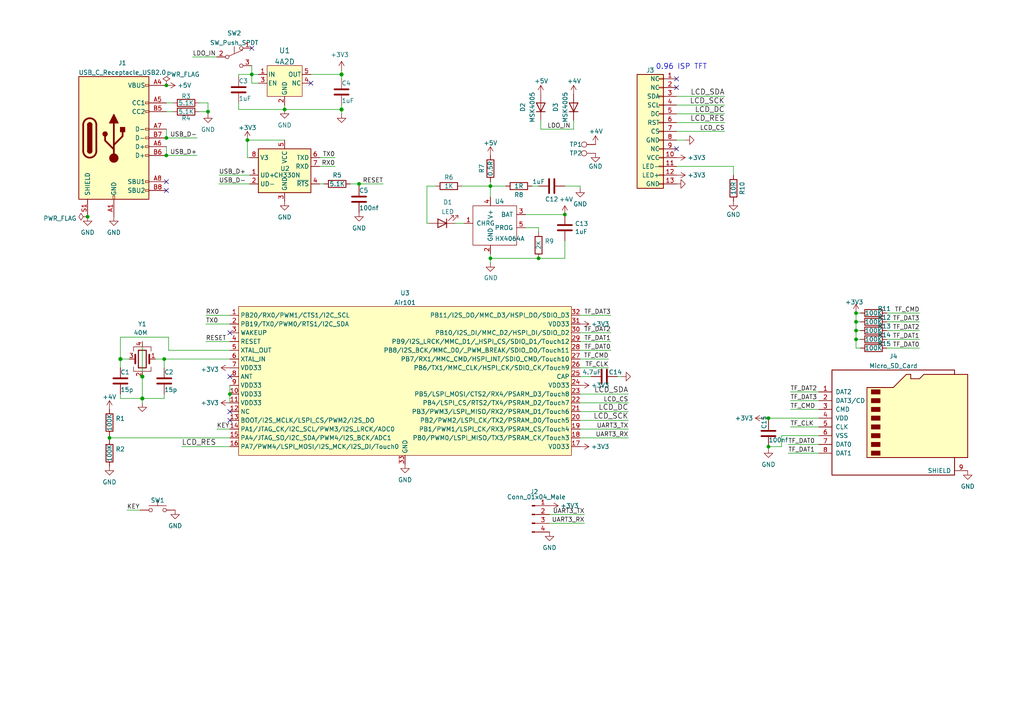
<source format=kicad_sch>
(kicad_sch (version 20210621) (generator eeschema)
  (paper "A4")
  (lib_symbols
    (symbol "Air_LuatOS:Air101"
      (property "Reference" "U" (at 0 21.59 0))
      (property "Value" "Air101" (at 0 19.05 0))
      (symbol "Air101_0_0"
        (pin power_in line (at 0 -25.4 90) (length 2.54) (name "GND") (number "33"))
      )
      (symbol "Air101_0_1"
        (rectangle (start -48.26 20.32) (end 48.26 -22.86) (stroke (width 0.1524)) (fill (type background)))
      )
      (symbol "Air101_1_1"
        (pin bidirectional line (at -50.8 17.78 0) (length 2.54) (name "PB20/RX0/PWM1/CTS1/I2C_SCL") (number "1"))
        (pin power_in line (at -50.8 -5.08 0) (length 2.54) (name "VDD33") (number "10"))
        (pin power_in line (at -50.8 -7.62 0) (length 2.54) (name "VDD33") (number "11"))
        (pin input line (at -50.8 -10.16 0) (length 2.54) (name "NC") (number "12"))
        (pin input line (at -50.8 -12.7 0) (length 2.54) (name "BOOT/I2S_MCLK/LSPI_CS/PWM2/I2S_DO") (number "13"))
        (pin input line (at -50.8 -15.24 0) (length 2.54) (name "PA1/JTAG_CK/I2C_SCL/PWM3/I2S_LRCK/ADC0") (number "14"))
        (pin input line (at -50.8 -17.78 0) (length 2.54) (name "PA4/JTAG_SO/I2C_SDA/PWM4/I2S_BCK/ADC1") (number "15"))
        (pin input line (at -50.8 -20.32 0) (length 2.54) (name "PA7/PWM4/LSPI_MOSI/I2S_MCK/I2S_DI/Touch0") (number "16"))
        (pin power_in line (at 50.8 -20.32 180) (length 2.54) (name "VDD33") (number "17"))
        (pin input line (at 50.8 -17.78 180) (length 2.54) (name "PB0/PWM0/LSPI_MISO/TX3/PSRAM_CK/Touch3") (number "18"))
        (pin input line (at 50.8 -15.24 180) (length 2.54) (name "PB1/PWM1/LSPI_CK/RX3/PSRAM_CS/Touch4") (number "19"))
        (pin bidirectional line (at -50.8 15.24 0) (length 2.54) (name "PB19/TX0/PWM0/RTS1/I2C_SDA") (number "2"))
        (pin input line (at 50.8 -12.7 180) (length 2.54) (name "PB2/PWM2/LSPI_CK/TX2/PSRAM_D0/Touch5") (number "20"))
        (pin input line (at 50.8 -10.16 180) (length 2.54) (name "PB3/PWM3/LSPI_MISO/RX2/PSRAM_D1/Touch6") (number "21"))
        (pin input line (at 50.8 -7.62 180) (length 2.54) (name "PB4/LSPI_CS/RTS2/TX4/PSRAM_D2/Touch7") (number "22"))
        (pin input line (at 50.8 -5.08 180) (length 2.54) (name "PB5/LSPI_MOSI/CTS2/RX4/PSARM_D3/Touch8") (number "23"))
        (pin power_in line (at 50.8 -2.54 180) (length 2.54) (name "VDD33") (number "24"))
        (pin output line (at 50.8 0 180) (length 2.54) (name "CAP") (number "25"))
        (pin input line (at 50.8 2.54 180) (length 2.54) (name "PB6/TX1/MMC_CLK/HSPI_CK/SDIO_CK/Touch9") (number "26"))
        (pin input line (at 50.8 5.08 180) (length 2.54) (name "PB7/RX1/MMC_CMD/HSPI_INT/SDIO_CMD/Touch10") (number "27"))
        (pin input line (at 50.8 7.62 180) (length 2.54) (name "PB8/I2S_BCK/MMC_D0/_PWM_BREAK/SDIO_D0/Touch11") (number "28"))
        (pin input line (at 50.8 10.16 180) (length 2.54) (name "PB9/I2S_LRCK/MMC_D1/_HSPI_CS/SDIO_D1/Touch12") (number "29"))
        (pin input line (at -50.8 12.7 0) (length 2.54) (name "WAKEUP") (number "3"))
        (pin input line (at 50.8 12.7 180) (length 2.54) (name "PB10/I2S_DI/MMC_D2/HSPI_DI/SDIO_D2") (number "30"))
        (pin power_in line (at 50.8 15.24 180) (length 2.54) (name "VDD33") (number "31"))
        (pin input line (at 50.8 17.78 180) (length 2.54) (name "PB11/I2S_DO/MMC_D3/HSPI_DO/SDIO_D3") (number "32"))
        (pin input line (at -50.8 10.16 0) (length 2.54) (name "RESET") (number "4"))
        (pin passive line (at -50.8 7.62 0) (length 2.54) (name "XTAL_OUT") (number "5"))
        (pin passive line (at -50.8 5.08 0) (length 2.54) (name "XTAL_IN") (number "6"))
        (pin power_in line (at -50.8 2.54 0) (length 2.54) (name "VDD33") (number "7"))
        (pin passive line (at -50.8 0 0) (length 2.54) (name "ANT") (number "8"))
        (pin power_in line (at -50.8 -2.54 0) (length 2.54) (name "VDD33") (number "9"))
      )
    )
    (symbol "Connector:Conn_01x04_Male" (pin_names (offset 1.016) hide)
      (property "Reference" "J" (at 0 5.08 0))
      (property "Value" "Conn_01x04_Male" (at 0 -7.62 0))
      (symbol "Conn_01x04_Male_1_1"
        (polyline (pts (xy 1.27 -5.08) (xy 0.8636 -5.08)) (stroke (width 0.1524)))
        (polyline (pts (xy 1.27 -2.54) (xy 0.8636 -2.54)) (stroke (width 0.1524)))
        (polyline (pts (xy 1.27 0) (xy 0.8636 0)) (stroke (width 0.1524)))
        (polyline (pts (xy 1.27 2.54) (xy 0.8636 2.54)) (stroke (width 0.1524)))
        (rectangle (start 0.8636 -4.953) (end 0 -5.207) (stroke (width 0.1524)) (fill (type outline)))
        (rectangle (start 0.8636 -2.413) (end 0 -2.667) (stroke (width 0.1524)) (fill (type outline)))
        (rectangle (start 0.8636 0.127) (end 0 -0.127) (stroke (width 0.1524)) (fill (type outline)))
        (rectangle (start 0.8636 2.667) (end 0 2.413) (stroke (width 0.1524)) (fill (type outline)))
        (pin passive line (at 5.08 2.54 180) (length 3.81) (name "Pin_1") (number "1"))
        (pin passive line (at 5.08 0 180) (length 3.81) (name "Pin_2") (number "2"))
        (pin passive line (at 5.08 -2.54 180) (length 3.81) (name "Pin_3") (number "3"))
        (pin passive line (at 5.08 -5.08 180) (length 3.81) (name "Pin_4") (number "4"))
      )
    )
    (symbol "Connector:Micro_SD_Card" (pin_names (offset 1.016))
      (property "Reference" "J" (at -16.51 15.24 0))
      (property "Value" "Micro_SD_Card" (at 16.51 15.24 0))
      (symbol "Micro_SD_Card_0_1"
        (rectangle (start -7.62 -9.525) (end -5.08 -10.795) (fill (type outline)))
        (rectangle (start -7.62 -6.985) (end -5.08 -8.255) (fill (type outline)))
        (rectangle (start -7.62 -4.445) (end -5.08 -5.715) (fill (type outline)))
        (rectangle (start -7.62 -1.905) (end -5.08 -3.175) (fill (type outline)))
        (rectangle (start -7.62 0.635) (end -5.08 -0.635) (fill (type outline)))
        (rectangle (start -7.62 3.175) (end -5.08 1.905) (fill (type outline)))
        (rectangle (start -7.62 5.715) (end -5.08 4.445) (fill (type outline)))
        (rectangle (start -7.62 8.255) (end -5.08 6.985) (fill (type outline)))
        (polyline (pts (xy 16.51 12.7) (xy 16.51 13.97) (xy -19.05 13.97) (xy -19.05 -16.51) (xy 16.51 -16.51) (xy 16.51 -11.43)) (stroke (width 0.254)))
        (polyline (pts (xy -8.89 -11.43) (xy -8.89 8.89) (xy -1.27 8.89) (xy 2.54 12.7) (xy 3.81 12.7) (xy 3.81 11.43) (xy 6.35 11.43) (xy 7.62 12.7) (xy 20.32 12.7) (xy 20.32 -11.43) (xy -8.89 -11.43)) (stroke (width 0.254)) (fill (type background)))
      )
      (symbol "Micro_SD_Card_1_1"
        (pin bidirectional line (at -22.86 7.62 0) (length 3.81) (name "DAT2") (number "1"))
        (pin bidirectional line (at -22.86 5.08 0) (length 3.81) (name "DAT3/CD") (number "2"))
        (pin input line (at -22.86 2.54 0) (length 3.81) (name "CMD") (number "3"))
        (pin power_in line (at -22.86 0 0) (length 3.81) (name "VDD") (number "4"))
        (pin input line (at -22.86 -2.54 0) (length 3.81) (name "CLK") (number "5"))
        (pin power_in line (at -22.86 -5.08 0) (length 3.81) (name "VSS") (number "6"))
        (pin bidirectional line (at -22.86 -7.62 0) (length 3.81) (name "DAT0") (number "7"))
        (pin bidirectional line (at -22.86 -10.16 0) (length 3.81) (name "DAT1") (number "8"))
        (pin passive line (at 20.32 -15.24 180) (length 3.81) (name "SHIELD") (number "9"))
      )
    )
    (symbol "Connector:TestPoint" (pin_numbers hide) (pin_names (offset 0.762) hide)
      (property "Reference" "TP" (at 0 6.858 0))
      (property "Value" "TestPoint" (at 0 5.08 0))
      (symbol "TestPoint_0_1"
        (circle (center 0 3.302) (radius 0.762))
      )
      (symbol "TestPoint_1_1"
        (pin passive line (at 0 0 90) (length 2.54) (name "1") (number "1"))
      )
    )
    (symbol "Connector:USB_C_Receptacle_USB2.0" (pin_names (offset 1.016))
      (property "Reference" "J" (at -10.16 19.05 0))
      (property "Value" "USB_C_Receptacle_USB2.0" (at 19.05 19.05 0))
      (symbol "USB_C_Receptacle_USB2.0_0_0"
        (rectangle (start -0.254 -17.78) (end 0.254 -16.764))
        (rectangle (start 10.16 -14.986) (end 9.144 -15.494))
        (rectangle (start 10.16 -12.446) (end 9.144 -12.954))
        (rectangle (start 10.16 -4.826) (end 9.144 -5.334))
        (rectangle (start 10.16 -2.286) (end 9.144 -2.794))
        (rectangle (start 10.16 0.254) (end 9.144 -0.254))
        (rectangle (start 10.16 2.794) (end 9.144 2.286))
        (rectangle (start 10.16 7.874) (end 9.144 7.366))
        (rectangle (start 10.16 10.414) (end 9.144 9.906))
        (rectangle (start 10.16 15.494) (end 9.144 14.986))
      )
      (symbol "USB_C_Receptacle_USB2.0_0_1"
        (rectangle (start -10.16 17.78) (end 10.16 -17.78) (stroke (width 0.254)) (fill (type background)))
        (arc (start -8.89 -3.81) (mid -6.985 -5.715) (end -5.08 -3.81) (stroke (width 0.508)))
        (arc (start -7.62 -3.81) (mid -6.985 -4.445) (end -6.35 -3.81) (stroke (width 0.254)))
        (arc (start -7.62 -3.81) (mid -6.985 -4.445) (end -6.35 -3.81) (stroke (width 0.254)) (fill (type outline)))
        (rectangle (start -7.62 -3.81) (end -6.35 3.81) (stroke (width 0.254)) (fill (type outline)))
        (arc (start -6.35 3.81) (mid -6.985 4.445) (end -7.62 3.81) (stroke (width 0.254)))
        (arc (start -6.35 3.81) (mid -6.985 4.445) (end -7.62 3.81) (stroke (width 0.254)) (fill (type outline)))
        (arc (start -5.08 3.81) (mid -6.985 5.715) (end -8.89 3.81) (stroke (width 0.508)))
        (circle (center -2.54 1.143) (radius 0.635) (stroke (width 0.254)) (fill (type outline)))
        (circle (center 0 -5.842) (radius 1.27) (fill (type outline)))
        (polyline (pts (xy -8.89 -3.81) (xy -8.89 3.81)) (stroke (width 0.508)))
        (polyline (pts (xy -5.08 3.81) (xy -5.08 -3.81)) (stroke (width 0.508)))
        (polyline (pts (xy 0 -5.842) (xy 0 4.318)) (stroke (width 0.508)))
        (polyline (pts (xy 0 -3.302) (xy -2.54 -0.762) (xy -2.54 0.508)) (stroke (width 0.508)))
        (polyline (pts (xy 0 -2.032) (xy 2.54 0.508) (xy 2.54 1.778)) (stroke (width 0.508)))
        (polyline (pts (xy -1.27 4.318) (xy 0 6.858) (xy 1.27 4.318) (xy -1.27 4.318)) (stroke (width 0.254)) (fill (type outline)))
        (rectangle (start 1.905 1.778) (end 3.175 3.048) (stroke (width 0.254)) (fill (type outline)))
      )
      (symbol "USB_C_Receptacle_USB2.0_1_1"
        (pin passive line (at 0 -22.86 90) (length 5.08) (name "GND") (number "A1"))
        (pin passive line (at 0 -22.86 90) (length 5.08) hide (name "GND") (number "A12"))
        (pin passive line (at 15.24 15.24 180) (length 5.08) (name "VBUS") (number "A4"))
        (pin bidirectional line (at 15.24 10.16 180) (length 5.08) (name "CC1") (number "A5"))
        (pin bidirectional line (at 15.24 -2.54 180) (length 5.08) (name "D+") (number "A6"))
        (pin bidirectional line (at 15.24 2.54 180) (length 5.08) (name "D-") (number "A7"))
        (pin bidirectional line (at 15.24 -12.7 180) (length 5.08) (name "SBU1") (number "A8"))
        (pin passive line (at 15.24 15.24 180) (length 5.08) hide (name "VBUS") (number "A9"))
        (pin passive line (at 0 -22.86 90) (length 5.08) hide (name "GND") (number "B1"))
        (pin passive line (at 0 -22.86 90) (length 5.08) hide (name "GND") (number "B12"))
        (pin passive line (at 15.24 15.24 180) (length 5.08) hide (name "VBUS") (number "B4"))
        (pin bidirectional line (at 15.24 7.62 180) (length 5.08) (name "CC2") (number "B5"))
        (pin bidirectional line (at 15.24 -5.08 180) (length 5.08) (name "D+") (number "B6"))
        (pin bidirectional line (at 15.24 0 180) (length 5.08) (name "D-") (number "B7"))
        (pin bidirectional line (at 15.24 -15.24 180) (length 5.08) (name "SBU2") (number "B8"))
        (pin passive line (at 15.24 15.24 180) (length 5.08) hide (name "VBUS") (number "B9"))
        (pin passive line (at -7.62 -22.86 90) (length 5.08) (name "SHIELD") (number "S1"))
      )
    )
    (symbol "Device:C" (pin_numbers hide) (pin_names (offset 0.254))
      (property "Reference" "C" (at 0.635 2.54 0))
      (property "Value" "C" (at 0.635 -2.54 0))
      (symbol "C_0_1"
        (polyline (pts (xy -2.032 -0.762) (xy 2.032 -0.762)) (stroke (width 0.508)))
        (polyline (pts (xy -2.032 0.762) (xy 2.032 0.762)) (stroke (width 0.508)))
      )
      (symbol "C_1_1"
        (pin passive line (at 0 3.81 270) (length 2.794) (name "~") (number "1"))
        (pin passive line (at 0 -3.81 90) (length 2.794) (name "~") (number "2"))
      )
    )
    (symbol "Device:Crystal_GND24" (pin_names (offset 1.016) hide)
      (property "Reference" "Y" (at 3.175 5.08 0))
      (property "Value" "Crystal_GND24" (at 3.175 3.175 0))
      (symbol "Crystal_GND24_0_1"
        (rectangle (start -1.143 2.54) (end 1.143 -2.54) (stroke (width 0.3048)))
        (polyline (pts (xy -2.54 0) (xy -2.032 0)))
        (polyline (pts (xy -2.032 -1.27) (xy -2.032 1.27)) (stroke (width 0.508)))
        (polyline (pts (xy 0 -3.81) (xy 0 -3.556)))
        (polyline (pts (xy 0 3.556) (xy 0 3.81)))
        (polyline (pts (xy 2.032 -1.27) (xy 2.032 1.27)) (stroke (width 0.508)))
        (polyline (pts (xy 2.032 0) (xy 2.54 0)))
        (polyline (pts (xy -2.54 -2.286) (xy -2.54 -3.556) (xy 2.54 -3.556) (xy 2.54 -2.286)))
        (polyline (pts (xy -2.54 2.286) (xy -2.54 3.556) (xy 2.54 3.556) (xy 2.54 2.286)))
      )
      (symbol "Crystal_GND24_1_1"
        (pin passive line (at -3.81 0 0) (length 1.27) (name "1") (number "1"))
        (pin passive line (at 0 5.08 270) (length 1.27) (name "2") (number "2"))
        (pin passive line (at 3.81 0 180) (length 1.27) (name "3") (number "3"))
        (pin passive line (at 0 -5.08 90) (length 1.27) (name "4") (number "4"))
      )
    )
    (symbol "Device:D" (pin_numbers hide) (pin_names (offset 1.016) hide)
      (property "Reference" "D" (at 0 2.54 0))
      (property "Value" "D" (at 0 -2.54 0))
      (symbol "D_0_1"
        (polyline (pts (xy -1.27 1.27) (xy -1.27 -1.27)) (stroke (width 0.254)))
        (polyline (pts (xy 1.27 0) (xy -1.27 0)))
        (polyline (pts (xy 1.27 1.27) (xy 1.27 -1.27) (xy -1.27 0) (xy 1.27 1.27)) (stroke (width 0.254)))
      )
      (symbol "D_1_1"
        (pin passive line (at -3.81 0 0) (length 2.54) (name "K") (number "1"))
        (pin passive line (at 3.81 0 180) (length 2.54) (name "A") (number "2"))
      )
    )
    (symbol "Device:LED" (pin_numbers hide) (pin_names (offset 1.016) hide)
      (property "Reference" "D" (at 0 2.54 0))
      (property "Value" "LED" (at 0 -2.54 0))
      (symbol "LED_0_1"
        (polyline (pts (xy -1.27 -1.27) (xy -1.27 1.27)) (stroke (width 0.254)))
        (polyline (pts (xy -1.27 0) (xy 1.27 0)))
        (polyline (pts (xy 1.27 -1.27) (xy 1.27 1.27) (xy -1.27 0) (xy 1.27 -1.27)) (stroke (width 0.254)))
        (polyline (pts (xy -3.048 -0.762) (xy -4.572 -2.286) (xy -3.81 -2.286) (xy -4.572 -2.286) (xy -4.572 -1.524)))
        (polyline (pts (xy -1.778 -0.762) (xy -3.302 -2.286) (xy -2.54 -2.286) (xy -3.302 -2.286) (xy -3.302 -1.524)))
      )
      (symbol "LED_1_1"
        (pin passive line (at -3.81 0 0) (length 2.54) (name "K") (number "1"))
        (pin passive line (at 3.81 0 180) (length 2.54) (name "A") (number "2"))
      )
    )
    (symbol "Device:R" (pin_numbers hide) (pin_names (offset 0))
      (property "Reference" "R" (at 2.032 0 90))
      (property "Value" "R" (at 0 0 90))
      (symbol "R_0_1"
        (rectangle (start -1.016 -2.54) (end 1.016 2.54) (stroke (width 0.254)))
      )
      (symbol "R_1_1"
        (pin passive line (at 0 3.81 270) (length 1.27) (name "~") (number "1"))
        (pin passive line (at 0 -3.81 90) (length 1.27) (name "~") (number "2"))
      )
    )
    (symbol "Switch:SW_Push" (pin_numbers hide) (pin_names (offset 1.016) hide)
      (property "Reference" "SW" (at 1.27 2.54 0))
      (property "Value" "SW_Push" (at 0 -1.524 0))
      (symbol "SW_Push_0_1"
        (circle (center -2.032 0) (radius 0.508))
        (polyline (pts (xy 0 1.27) (xy 0 3.048)))
        (polyline (pts (xy 2.54 1.27) (xy -2.54 1.27)))
        (circle (center 2.032 0) (radius 0.508))
        (pin passive line (at -5.08 0 0) (length 2.54) (name "1") (number "1"))
        (pin passive line (at 5.08 0 180) (length 2.54) (name "2") (number "2"))
      )
    )
    (symbol "Switch:SW_Push_SPDT" (pin_names (offset 0) hide)
      (property "Reference" "SW" (at 0 4.318 0))
      (property "Value" "SW_Push_SPDT" (at 0 -5.08 0))
      (symbol "SW_Push_SPDT_0_0"
        (circle (center -2.032 0) (radius 0.508))
        (polyline (pts (xy 0 1.016) (xy 0 3.048)))
        (circle (center 2.032 -2.54) (radius 0.508))
      )
      (symbol "SW_Push_SPDT_0_1"
        (polyline (pts (xy -1.524 0.254) (xy 2.54 2.032)))
        (circle (center 2.032 2.54) (radius 0.508))
      )
      (symbol "SW_Push_SPDT_1_1"
        (pin passive line (at 5.08 2.54 180) (length 2.54) (name "A") (number "1"))
        (pin passive line (at -5.08 0 0) (length 2.54) (name "B") (number "2"))
        (pin passive line (at 5.08 -2.54 180) (length 2.54) (name "C") (number "3"))
      )
    )
    (symbol "chenxuuu_Library:CH330N"
      (property "Reference" "U" (at 0 12.7 0))
      (property "Value" "CH330N" (at 0 10.16 0))
      (symbol "CH330N_0_1"
        (rectangle (start -7.62 5.08) (end 7.62 -7.62) (stroke (width 0.254)) (fill (type background)))
      )
      (symbol "CH330N_1_1"
        (pin bidirectional line (at -10.16 -2.54 0) (length 2.54) (name "UD+") (number "1"))
        (pin bidirectional line (at -10.16 -5.08 0) (length 2.54) (name "UD-") (number "2"))
        (pin power_in line (at 0 -10.16 90) (length 2.54) (name "GND") (number "3"))
        (pin output line (at 10.16 -5.08 180) (length 2.54) (name "~{RTS}") (number "4"))
        (pin power_in line (at 0 7.62 270) (length 2.54) (name "VCC") (number "5"))
        (pin output line (at 10.16 2.54 180) (length 2.54) (name "TXD") (number "6"))
        (pin input line (at 10.16 0 180) (length 2.54) (name "RXD") (number "7"))
        (pin passive line (at -10.16 2.54 0) (length 2.54) (name "V3") (number "8"))
      )
    )
    (symbol "chenxuuu_Library:HX4064A" (pin_names (offset 1.016))
      (property "Reference" "U" (at 0 -2.54 0))
      (property "Value" "HX4064A" (at 1.27 -16.51 0))
      (symbol "HX4064A_0_1"
        (rectangle (start -7.62 -3.81) (end 5.08 -15.24))
      )
      (symbol "HX4064A_1_1"
        (pin bidirectional line (at -10.16 -8.89 0) (length 2.54) (name "CHRG") (number "1"))
        (pin power_in line (at -2.54 -17.78 90) (length 2.54) (name "GND") (number "2"))
        (pin power_out line (at 7.62 -6.35 180) (length 2.54) (name "BAT") (number "3"))
        (pin power_in line (at -2.54 -1.27 270) (length 2.54) (name "V+") (number "4"))
        (pin bidirectional line (at 7.62 -10.16 180) (length 2.54) (name "PROG") (number "5"))
      )
    )
    (symbol "chenxuuu_Library:LDO_5PIN" (pin_names (offset 0.254))
      (property "Reference" "U" (at 0 11.43 0))
      (property "Value" "LDO_5PIN" (at 0 7.62 0))
      (symbol "LDO_5PIN_0_1"
        (rectangle (start -5.08 5.08) (end 5.08 -3.81) (fill (type background)))
      )
      (symbol "LDO_5PIN_1_1"
        (pin power_in line (at -7.62 2.54 0) (length 2.54) (name "IN") (number "1"))
        (pin power_in line (at 0 -6.35 90) (length 2.54) (name "GND") (number "2"))
        (pin input line (at -7.62 0 0) (length 2.54) (name "EN") (number "3"))
        (pin passive line (at 7.62 0 180) (length 2.54) (name "NC") (number "4"))
        (pin power_out line (at 7.62 2.54 180) (length 2.54) (name "OUT") (number "5"))
      )
    )
    (symbol "chenxuuu_Library:ST7735S-0.96TFT-13P" (pin_names (offset 1.016))
      (property "Reference" "J" (at 2.54 15.24 0))
      (symbol "ST7735S-0.96TFT-13P_1_1"
        (rectangle (start -1.27 -15.113) (end 0 -15.367) (stroke (width 0.1524)))
        (rectangle (start -1.27 -12.573) (end 0 -12.827) (stroke (width 0.1524)))
        (rectangle (start -1.27 -10.033) (end 0 -10.287) (stroke (width 0.1524)))
        (rectangle (start -1.27 -7.493) (end 0 -7.747) (stroke (width 0.1524)))
        (rectangle (start -1.27 -4.953) (end 0 -5.207) (stroke (width 0.1524)))
        (rectangle (start -1.27 -2.413) (end 0 -2.667) (stroke (width 0.1524)))
        (rectangle (start -1.27 0.127) (end 0 -0.127) (stroke (width 0.1524)))
        (rectangle (start -1.27 2.667) (end 0 2.413) (stroke (width 0.1524)))
        (rectangle (start -1.27 5.207) (end 0 4.953) (stroke (width 0.1524)))
        (rectangle (start -1.27 7.747) (end 0 7.493) (stroke (width 0.1524)))
        (rectangle (start -1.27 10.287) (end 0 10.033) (stroke (width 0.1524)))
        (rectangle (start -1.27 12.827) (end 0 12.573) (stroke (width 0.1524)))
        (rectangle (start -1.27 15.367) (end 0 15.113) (stroke (width 0.1524)))
        (rectangle (start -1.27 16.51) (end 6.35 -16.51) (stroke (width 0.254)) (fill (type background)))
        (pin passive line (at -5.08 15.24 0) (length 3.81) (name "NC") (number "1"))
        (pin passive line (at -5.08 -7.62 0) (length 3.81) (name "VCC") (number "10"))
        (pin passive line (at -5.08 -10.16 0) (length 3.81) (name "LED-") (number "11"))
        (pin passive line (at -5.08 -12.7 0) (length 3.81) (name "LED+") (number "12"))
        (pin passive line (at -5.08 -15.24 0) (length 3.81) (name "GND") (number "13"))
        (pin passive line (at -5.08 12.7 0) (length 3.81) (name "NC") (number "2"))
        (pin passive line (at -5.08 10.16 0) (length 3.81) (name "SDA") (number "3"))
        (pin passive line (at -5.08 7.62 0) (length 3.81) (name "SCL") (number "4"))
        (pin passive line (at -5.08 5.08 0) (length 3.81) (name "DC") (number "5"))
        (pin passive line (at -5.08 2.54 0) (length 3.81) (name "RST") (number "6"))
        (pin passive line (at -5.08 0 0) (length 3.81) (name "CS") (number "7"))
        (pin passive line (at -5.08 -2.54 0) (length 3.81) (name "GND") (number "8"))
        (pin passive line (at -5.08 -5.08 0) (length 3.81) (name "NC") (number "9"))
      )
    )
    (symbol "power:+3.3V" (power) (pin_names (offset 0))
      (property "Value" "+3.3V" (at 0 3.556 0))
      (symbol "+3.3V_0_1"
        (polyline (pts (xy -0.762 1.27) (xy 0 2.54)))
        (polyline (pts (xy 0 0) (xy 0 2.54)))
        (polyline (pts (xy 0 2.54) (xy 0.762 1.27)))
      )
      (symbol "+3.3V_1_1"
        (pin power_in line (at 0 0 90) (length 0) hide (name "+3V3") (number "1"))
      )
    )
    (symbol "power:+4V" (power) (pin_names (offset 0))
      (property "Value" "+4V" (at 0 3.556 0))
      (symbol "+4V_0_1"
        (polyline (pts (xy -0.762 1.27) (xy 0 2.54)))
        (polyline (pts (xy 0 0) (xy 0 2.54)))
        (polyline (pts (xy 0 2.54) (xy 0.762 1.27)))
      )
      (symbol "+4V_1_1"
        (pin power_in line (at 0 0 90) (length 0) hide (name "+4V") (number "1"))
      )
    )
    (symbol "power:+5V" (power) (pin_names (offset 0))
      (property "Value" "+5V" (at 0 3.556 0))
      (symbol "+5V_0_1"
        (polyline (pts (xy -0.762 1.27) (xy 0 2.54)))
        (polyline (pts (xy 0 0) (xy 0 2.54)))
        (polyline (pts (xy 0 2.54) (xy 0.762 1.27)))
      )
      (symbol "+5V_1_1"
        (pin power_in line (at 0 0 90) (length 0) hide (name "+5V") (number "1"))
      )
    )
    (symbol "power:GND" (power) (pin_names (offset 0))
      (property "Value" "GND" (at 0 -3.81 0))
      (symbol "GND_0_1"
        (polyline (pts (xy 0 0) (xy 0 -1.27) (xy 1.27 -1.27) (xy 0 -2.54) (xy -1.27 -1.27) (xy 0 -1.27)))
      )
      (symbol "GND_1_1"
        (pin power_in line (at 0 0 270) (length 0) hide (name "GND") (number "1"))
      )
    )
    (symbol "power:PWR_FLAG" (power) (pin_numbers hide) (pin_names (offset 0) hide)
      (property "Value" "PWR_FLAG" (at 0 3.81 0))
      (symbol "PWR_FLAG_0_0"
        (pin power_out line (at 0 0 90) (length 0) (name "pwr") (number "1"))
      )
      (symbol "PWR_FLAG_0_1"
        (polyline (pts (xy 0 0) (xy 0 1.27) (xy -1.016 1.905) (xy 0 2.54) (xy 1.016 1.905) (xy 0 1.27)))
      )
    )
  )
  (junction (at 248.285 90.805))
  (junction (at 82.55 31.75))
  (junction (at 73.025 21.59))
  (junction (at 34.925 104.14) (diameter 1.016))
  (junction (at 41.275 109.22) (diameter 1.016))
  (junction (at 71.755 40.64))
  (junction (at 248.285 98.425))
  (junction (at 48.26 40.005))
  (junction (at 104.14 53.34))
  (junction (at 156.21 74.93))
  (junction (at 48.26 24.765))
  (junction (at 25.4 62.865))
  (junction (at 142.24 53.975))
  (junction (at 248.285 93.345))
  (junction (at 47.625 104.14))
  (junction (at 48.26 45.085))
  (junction (at 222.885 129.54))
  (junction (at 99.06 21.59) (diameter 1.016))
  (junction (at 163.83 62.23))
  (junction (at 41.275 115.57) (diameter 1.016))
  (junction (at 66.675 114.3))
  (junction (at 31.75 127))
  (junction (at 142.24 74.93))
  (junction (at 60.325 32.385))
  (junction (at 222.885 121.285))
  (junction (at 99.06 31.75) (diameter 1.016))
  (junction (at 248.285 95.885))
  (no_connect (at 196.215 22.86))
  (no_connect (at 73.025 13.97))
  (no_connect (at 66.675 109.22))
  (no_connect (at 196.215 43.18))
  (no_connect (at 66.675 121.92))
  (no_connect (at 66.675 119.38))
  (no_connect (at 48.26 52.705))
  (no_connect (at 48.26 55.245))
  (no_connect (at 196.215 25.4))
  (no_connect (at 66.675 96.52))
  (no_connect (at 90.17 24.13))
  (wire (pts (xy 257.175 90.805) (xy 266.7 90.805)))
  (wire (pts (xy 248.285 95.885) (xy 249.555 95.885)))
  (wire (pts (xy 73.025 19.05) (xy 73.025 21.59)))
  (wire (pts (xy 152.4 62.23) (xy 163.83 62.23)))
  (wire (pts (xy 101.6 53.34) (xy 104.14 53.34)))
  (wire (pts (xy 104.14 53.34) (xy 104.14 53.975)))
  (wire (pts (xy 62.865 124.46) (xy 66.675 124.46)))
  (wire (pts (xy 168.275 119.38) (xy 182.245 119.38)))
  (wire (pts (xy 47.625 115.57) (xy 47.625 114.3)))
  (wire (pts (xy 182.245 121.92) (xy 168.275 121.92)))
  (wire (pts (xy 228.6 131.445) (xy 237.49 131.445)))
  (wire (pts (xy 176.53 106.68) (xy 168.275 106.68)))
  (wire (pts (xy 41.275 109.22) (xy 41.275 115.57)))
  (wire (pts (xy 222.885 121.285) (xy 222.885 121.92)))
  (wire (pts (xy 179.07 109.22) (xy 180.34 109.22)))
  (wire (pts (xy 36.83 147.955) (xy 40.64 147.955)))
  (wire (pts (xy 142.24 53.975) (xy 142.24 57.15)))
  (wire (pts (xy 142.24 52.705) (xy 142.24 53.975)))
  (wire (pts (xy 41.275 115.57) (xy 47.625 115.57)))
  (wire (pts (xy 168.275 116.84) (xy 182.245 116.84)))
  (wire (pts (xy 142.24 53.975) (xy 146.685 53.975)))
  (wire (pts (xy 159.385 149.225) (xy 169.545 149.225)))
  (wire (pts (xy 72.39 53.34) (xy 63.5 53.34)))
  (wire (pts (xy 163.83 53.975) (xy 168.275 53.975)))
  (wire (pts (xy 168.275 53.975) (xy 168.275 54.61)))
  (wire (pts (xy 92.71 48.26) (xy 97.155 48.26)))
  (wire (pts (xy 66.675 114.3) (xy 66.675 116.84)))
  (wire (pts (xy 69.215 29.845) (xy 69.215 31.75)))
  (wire (pts (xy 82.55 30.48) (xy 82.55 31.75)))
  (wire (pts (xy 59.69 99.06) (xy 66.675 99.06)))
  (wire (pts (xy 196.215 38.1) (xy 210.185 38.1)))
  (wire (pts (xy 133.985 53.975) (xy 142.24 53.975)))
  (wire (pts (xy 168.275 109.22) (xy 171.45 109.22)))
  (wire (pts (xy 34.925 115.57) (xy 41.275 115.57)))
  (wire (pts (xy 168.275 96.52) (xy 177.165 96.52)))
  (wire (pts (xy 228.6 128.905) (xy 237.49 128.905)))
  (wire (pts (xy 132.08 64.77) (xy 134.62 64.77)))
  (wire (pts (xy 196.215 27.94) (xy 210.185 27.94)))
  (wire (pts (xy 237.49 126.365) (xy 226.695 126.365)))
  (wire (pts (xy 226.695 126.365) (xy 226.695 129.54)))
  (wire (pts (xy 226.695 129.54) (xy 222.885 129.54)))
  (wire (pts (xy 248.285 93.345) (xy 248.285 90.805)))
  (wire (pts (xy 248.285 90.805) (xy 249.555 90.805)))
  (wire (pts (xy 248.285 95.885) (xy 248.285 93.345)))
  (wire (pts (xy 249.555 100.965) (xy 248.285 100.965)))
  (wire (pts (xy 248.285 100.965) (xy 248.285 98.425)))
  (wire (pts (xy 248.285 98.425) (xy 248.285 95.885)))
  (wire (pts (xy 229.235 113.665) (xy 237.49 113.665)))
  (wire (pts (xy 66.675 129.54) (xy 52.705 129.54)))
  (wire (pts (xy 48.26 40.005) (xy 57.15 40.005)))
  (wire (pts (xy 92.71 45.72) (xy 97.155 45.72)))
  (wire (pts (xy 154.305 53.975) (xy 156.21 53.975)))
  (wire (pts (xy 126.365 53.975) (xy 123.825 53.975)))
  (wire (pts (xy 152.4 66.04) (xy 156.21 66.04)))
  (wire (pts (xy 196.215 35.56) (xy 210.185 35.56)))
  (wire (pts (xy 212.725 48.26) (xy 212.725 50.8)))
  (wire (pts (xy 222.885 129.54) (xy 222.885 130.175)))
  (wire (pts (xy 168.275 114.3) (xy 182.245 114.3)))
  (wire (pts (xy 45.085 104.14) (xy 47.625 104.14)))
  (wire (pts (xy 48.26 29.845) (xy 50.165 29.845)))
  (wire (pts (xy 104.14 53.34) (xy 111.125 53.34)))
  (wire (pts (xy 168.275 91.44) (xy 177.165 91.44)))
  (wire (pts (xy 34.925 114.3) (xy 34.925 115.57)))
  (wire (pts (xy 71.755 40.64) (xy 82.55 40.64)))
  (wire (pts (xy 72.39 45.72) (xy 71.755 45.72)))
  (wire (pts (xy 71.755 45.72) (xy 71.755 40.64)))
  (wire (pts (xy 55.88 16.51) (xy 62.865 16.51)))
  (wire (pts (xy 163.83 69.85) (xy 163.83 74.93)))
  (wire (pts (xy 47.625 104.14) (xy 66.675 104.14)))
  (wire (pts (xy 196.215 48.26) (xy 212.725 48.26)))
  (wire (pts (xy 142.24 73.66) (xy 142.24 74.93)))
  (wire (pts (xy 99.06 31.75) (xy 99.06 33.02)))
  (wire (pts (xy 168.275 124.46) (xy 182.245 124.46)))
  (wire (pts (xy 99.06 20.32) (xy 99.06 21.59)))
  (wire (pts (xy 168.275 127) (xy 182.245 127)))
  (wire (pts (xy 176.53 104.14) (xy 168.275 104.14)))
  (wire (pts (xy 156.21 74.93) (xy 142.24 74.93)))
  (wire (pts (xy 210.185 30.48) (xy 196.215 30.48)))
  (wire (pts (xy 72.39 50.8) (xy 63.5 50.8)))
  (wire (pts (xy 248.285 93.345) (xy 249.555 93.345)))
  (wire (pts (xy 74.93 24.13) (xy 73.025 24.13)))
  (wire (pts (xy 73.025 21.59) (xy 73.025 24.13)))
  (wire (pts (xy 48.895 97.79) (xy 34.925 97.79)))
  (wire (pts (xy 34.925 104.14) (xy 34.925 106.68)))
  (wire (pts (xy 90.17 21.59) (xy 99.06 21.59)))
  (wire (pts (xy 229.235 118.745) (xy 237.49 118.745)))
  (wire (pts (xy 31.75 127) (xy 31.75 127.635)))
  (wire (pts (xy 31.75 126.365) (xy 31.75 127)))
  (wire (pts (xy 142.24 74.93) (xy 142.24 76.2)))
  (wire (pts (xy 177.165 101.6) (xy 168.275 101.6)))
  (wire (pts (xy 48.26 42.545) (xy 48.26 45.085)))
  (wire (pts (xy 159.385 151.765) (xy 169.545 151.765)))
  (wire (pts (xy 41.275 99.06) (xy 41.275 109.22)))
  (wire (pts (xy 163.83 74.93) (xy 156.21 74.93)))
  (wire (pts (xy 47.625 104.14) (xy 47.625 106.68)))
  (wire (pts (xy 31.75 127) (xy 66.675 127)))
  (wire (pts (xy 99.06 21.59) (xy 99.06 22.86)))
  (wire (pts (xy 92.71 53.34) (xy 93.98 53.34)))
  (wire (pts (xy 41.275 115.57) (xy 41.275 116.84)))
  (wire (pts (xy 48.895 101.6) (xy 66.675 101.6)))
  (wire (pts (xy 257.175 98.425) (xy 266.7 98.425)))
  (wire (pts (xy 34.925 97.79) (xy 34.925 104.14)))
  (wire (pts (xy 196.215 33.02) (xy 210.185 33.02)))
  (wire (pts (xy 48.26 45.085) (xy 57.15 45.085)))
  (wire (pts (xy 248.285 98.425) (xy 249.555 98.425)))
  (wire (pts (xy 73.025 21.59) (xy 74.93 21.59)))
  (wire (pts (xy 222.885 121.285) (xy 237.49 121.285)))
  (wire (pts (xy 221.615 121.285) (xy 222.885 121.285)))
  (wire (pts (xy 99.06 30.48) (xy 99.06 31.75)))
  (wire (pts (xy 257.175 95.885) (xy 266.7 95.885)))
  (wire (pts (xy 196.215 40.64) (xy 198.755 40.64)))
  (wire (pts (xy 48.895 101.6) (xy 48.895 97.79)))
  (wire (pts (xy 48.26 37.465) (xy 48.26 40.005)))
  (wire (pts (xy 57.785 32.385) (xy 60.325 32.385)))
  (wire (pts (xy 60.325 32.385) (xy 60.325 33.02)))
  (wire (pts (xy 48.26 32.385) (xy 50.165 32.385)))
  (wire (pts (xy 229.235 116.205) (xy 237.49 116.205)))
  (wire (pts (xy 177.165 99.06) (xy 168.275 99.06)))
  (wire (pts (xy 34.925 104.14) (xy 37.465 104.14)))
  (wire (pts (xy 69.215 31.75) (xy 82.55 31.75)))
  (wire (pts (xy 82.55 31.75) (xy 99.06 31.75)))
  (wire (pts (xy 59.69 93.98) (xy 66.675 93.98)))
  (wire (pts (xy 59.69 91.44) (xy 66.675 91.44)))
  (wire (pts (xy 124.46 64.77) (xy 123.825 64.77)))
  (wire (pts (xy 123.825 53.975) (xy 123.825 64.77)))
  (wire (pts (xy 66.675 111.76) (xy 66.675 114.3)))
  (wire (pts (xy 69.215 21.59) (xy 73.025 21.59)))
  (wire (pts (xy 69.215 22.225) (xy 69.215 21.59)))
  (wire (pts (xy 156.21 66.04) (xy 156.21 67.31)))
  (wire (pts (xy 166.37 37.465) (xy 166.37 34.925)))
  (wire (pts (xy 156.845 37.465) (xy 166.37 37.465)))
  (wire (pts (xy 156.845 34.925) (xy 156.845 37.465)))
  (wire (pts (xy 60.325 29.845) (xy 60.325 32.385)))
  (wire (pts (xy 57.785 29.845) (xy 60.325 29.845)))
  (wire (pts (xy 229.235 123.825) (xy 237.49 123.825)))
  (wire (pts (xy 257.175 100.965) (xy 266.7 100.965)))
  (wire (pts (xy 257.175 93.345) (xy 266.7 93.345)))
  (text "0.96 ISP TFT" (at 205.105 20.32 180) (effects (font (size 1.524 1.524)) (justify right bottom)))
  (label "TX0" (at 59.69 93.98 0))
  (label "TF_CLK" (at 229.235 123.825 0))
  (label "TF_CLK" (at 176.53 106.68 180))
  (label "LCD_CS" (at 210.185 38.1 180))
  (label "LCD_DC" (at 210.185 33.02 180) (effects (font (size 1.524 1.524))))
  (label "RESET" (at 111.125 53.34 180))
  (label "LCD_SDA" (at 182.245 114.3 180) (effects (font (size 1.524 1.524))))
  (label "LDO_IN" (at 55.88 16.51 0))
  (label "LCD_SDA" (at 210.185 27.94 180) (effects (font (size 1.524 1.524))))
  (label "LCD_RES" (at 52.705 129.54 0) (effects (font (size 1.524 1.524))))
  (label "UART3_RX" (at 169.545 151.765 180))
  (label "LCD_DC" (at 182.245 119.38 180) (effects (font (size 1.524 1.524))))
  (label "TF_DAT1" (at 228.6 131.445 0))
  (label "LCD_SCK" (at 210.185 30.48 180) (effects (font (size 1.524 1.524))))
  (label "TF_DAT2" (at 177.165 96.52 180))
  (label "TF_DAT0" (at 266.7 100.965 180))
  (label "TF_DAT0" (at 228.6 128.905 0))
  (label "USB_D+" (at 57.15 45.085 180))
  (label "TF_DAT1" (at 266.7 98.425 180))
  (label "TF_DAT3" (at 229.235 116.205 0))
  (label "LCD_CS" (at 182.245 116.84 180))
  (label "TF_DAT2" (at 229.235 113.665 0))
  (label "KEY" (at 36.83 147.955 0))
  (label "KEY" (at 62.865 124.46 0))
  (label "TF_CMD" (at 176.53 104.14 180))
  (label "UART3_RX" (at 182.245 127 180))
  (label "RX0" (at 59.69 91.44 0))
  (label "RX0" (at 97.155 48.26 180))
  (label "LCD_SCK" (at 182.245 121.92 180) (effects (font (size 1.524 1.524))))
  (label "TF_DAT0" (at 177.165 101.6 180))
  (label "TF_CMD" (at 229.235 118.745 0))
  (label "TX0" (at 97.155 45.72 180))
  (label "TF_DAT3" (at 266.7 93.345 180))
  (label "UART3_TX" (at 182.245 124.46 180))
  (label "USB_D-" (at 57.15 40.005 180))
  (label "UART3_TX" (at 169.545 149.225 180))
  (label "LCD_RES" (at 210.185 35.56 180) (effects (font (size 1.524 1.524))))
  (label "RESET" (at 59.69 99.06 0))
  (label "TF_DAT2" (at 266.7 95.885 180))
  (label "TF_DAT1" (at 177.165 99.06 180))
  (label "USB_D+" (at 63.5 50.8 0))
  (label "TF_CMD" (at 266.7 90.805 180))
  (label "TF_DAT3" (at 177.165 91.44 180))
  (label "LDO_IN" (at 158.75 37.465 0))
  (label "USB_D-" (at 63.5 53.34 0))
  (symbol (lib_id "power:+4V") (at 166.37 27.305 0) (unit 1)
    (property "Reference" "#PWR01" (effects hide))
    (property "Value" "+4V" (at 164.465 23.495 0) (effects (justify left)))
  )
  (symbol (lib_id "Device:C") (at 222.885 125.73 0) (mirror y) (unit 1)
    (property "Reference" "C15" (at 221.615 124.4599 90) (effects (justify left)))
    (property "Value" "100nf" (at 228.6 127.635 0) (effects (justify left)))
    (property "Footprint" "Capacitor_SMD:C_0402_1005Metric" (effects hide))
  )
  (symbol (lib_id "power:+3.3V") (at 71.755 40.64 0) (unit 1)
    (property "Reference" "#PWR0106" (effects hide))
    (property "Value" "+3.3V" (at 71.755 37.0355 0))
  )
  (symbol (lib_id "chenxuuu_Library:LDO_5PIN") (at 82.55 24.13 0) (unit 1)
    (property "Reference" "U1" (at 82.55 14.6461 0) (effects (font (size 1.524 1.524))))
    (property "Value" "4A2D" (at 82.55 17.9251 0) (effects (font (size 1.524 1.524))))
    (property "Footprint" "Package_TO_SOT_SMD:SOT-23-5" (effects hide))
    (property "Datasheet" "https://item.szlcsc.com/2988877.html" (effects hide))
  )
  (symbol (lib_id "power:+4V") (at 163.83 62.23 0) (unit 1)
    (property "Reference" "#PWR0137" (effects hide))
    (property "Value" "+4V" (at 164.211 57.8358 0))
  )
  (symbol (lib_id "Device:R") (at 31.75 131.445 0) (unit 1)
    (property "Reference" "R2" (at 33.528 130.2766 0) (effects (justify left)))
    (property "Value" "100K" (at 31.75 133.985 90) (effects (justify left)))
    (property "Footprint" "Resistor_SMD:R_0402_1005Metric" (effects hide))
  )
  (symbol (lib_id "Device:R") (at 31.75 122.555 0) (unit 1)
    (property "Reference" "R1" (at 33.528 121.3866 0) (effects (justify left)))
    (property "Value" "100K" (at 31.75 125.095 90) (effects (justify left)))
    (property "Footprint" "Resistor_SMD:R_0402_1005Metric" (effects hide))
  )
  (symbol (lib_id "power:+3.3V") (at 248.285 90.805 0) (unit 1)
    (property "Reference" "#PWR0130" (effects hide))
    (property "Value" "+3.3V" (at 245.11 87.63 0) (effects (justify left)))
  )
  (symbol (lib_id "power:GND") (at 33.02 62.865 0) (unit 1)
    (property "Reference" "#PWR0103" (effects hide))
    (property "Value" "GND" (at 33.02 67.4275 0))
  )
  (symbol (lib_id "power:GND") (at 25.4 62.865 0) (unit 1)
    (property "Reference" "#PWR0102" (effects hide))
    (property "Value" "GND" (at 25.4 67.4275 0))
  )
  (symbol (lib_id "power:GND") (at 222.885 130.175 0) (unit 1)
    (property "Reference" "#PWR0129" (effects hide))
    (property "Value" "GND" (at 222.885 134.7375 0))
  )
  (symbol (lib_id "power:+3.3V") (at 159.385 146.685 270) (unit 1)
    (property "Reference" "#PWR0120" (effects hide))
    (property "Value" "+3.3V" (at 162.56 146.685 90) (effects (justify left)))
  )
  (symbol (lib_id "power:GND") (at 99.06 33.02 0) (unit 1)
    (property "Reference" "#PWR0110" (effects hide))
    (property "Value" "GND" (effects hide))
  )
  (symbol (lib_id "Switch:SW_Push") (at 45.72 147.955 0) (unit 1)
    (property "Reference" "SW1" (at 45.72 145.1125 0))
    (property "Value" "Side_SWITCH_SW_3*6*3.5mm" (effects hide))
    (property "Footprint" "Button_Switch_SMD:SW_SPST_B3U-3000P-B" (effects hide))
  )
  (symbol (lib_id "Device:LED") (at 128.27 64.77 180) (unit 1)
    (property "Reference" "D1" (at 129.8575 58.6445 0))
    (property "Value" "LED" (at 129.8575 61.4196 0))
    (property "Footprint" "LED_SMD:LED_0402_1005Metric" (effects hide))
  )
  (symbol (lib_id "power:GND") (at 196.215 53.34 90) (mirror x) (unit 1)
    (property "Reference" "#PWR0131" (effects hide))
    (property "Value" "GND" (effects hide))
  )
  (symbol (lib_id "Device:R") (at 97.79 53.34 90) (unit 1)
    (property "Reference" "R5" (at 97.79 50.8 90))
    (property "Value" "5.1K" (at 97.79 53.34 90))
    (property "Footprint" "Resistor_SMD:R_0402_1005Metric" (effects hide))
  )
  (symbol (lib_id "Device:C") (at 99.06 26.67 0) (unit 1)
    (property "Reference" "C4" (at 99.06 24.1299 0) (effects (justify left)))
    (property "Value" "1uF" (at 99.06 29.2099 0) (effects (justify left)))
    (property "Footprint" "Capacitor_SMD:C_0402_1005Metric" (effects hide))
  )
  (symbol (lib_id "Device:R") (at 53.975 32.385 90) (unit 1)
    (property "Reference" "R4" (at 53.975 34.29 90))
    (property "Value" "5.1K" (at 53.975 32.385 90))
    (property "Footprint" "Resistor_SMD:R_0402_1005Metric" (effects hide))
  )
  (symbol (lib_id "power:+3.3V") (at 66.675 106.68 90) (unit 1)
    (property "Reference" "#PWR0113" (effects hide))
    (property "Value" "+3.3V" (at 63.5 107.159 90) (effects (justify left)))
  )
  (symbol (lib_id "power:GND") (at 82.55 31.75 0) (unit 1)
    (property "Reference" "#PWR0108" (effects hide))
    (property "Value" "GND" (at 82.55 36.3125 0))
  )
  (symbol (lib_id "power:GND") (at 168.275 54.61 0) (unit 1)
    (property "Reference" "#PWR0138" (effects hide))
    (property "Value" "GND" (at 168.275 59.1725 0))
  )
  (symbol (lib_id "power:GND") (at 142.24 76.2 0) (unit 1)
    (property "Reference" "#PWR0122" (effects hide))
    (property "Value" "GND" (at 142.367 80.5942 0))
  )
  (symbol (lib_id "Device:C") (at 175.26 109.22 270) (mirror x) (unit 1)
    (property "Reference" "C14" (at 176.5301 107.95 90) (effects (justify left)))
    (property "Value" "4.7uF" (at 168.9101 107.95 90) (effects (justify left)))
    (property "Footprint" "Capacitor_SMD:C_0402_1005Metric" (effects hide))
  )
  (symbol (lib_id "power:+3.3V") (at 168.275 93.98 270) (unit 1)
    (property "Reference" "#PWR0136" (effects hide))
    (property "Value" "+3.3V" (at 171.45 93.98 90) (effects (justify left)))
  )
  (symbol (lib_id "Device:C") (at 163.83 66.04 0) (unit 1)
    (property "Reference" "C13" (at 166.751 64.8716 0) (effects (justify left)))
    (property "Value" "1uF" (at 166.751 67.183 0) (effects (justify left)))
    (property "Footprint" "Capacitor_SMD:C_0402_1005Metric" (effects hide))
  )
  (symbol (lib_id "power:+3.3V") (at 66.675 116.84 90) (unit 1)
    (property "Reference" "#PWR0118" (effects hide))
    (property "Value" "+3.3V" (at 63.5 116.84 90) (effects (justify left)))
  )
  (symbol (lib_id "power:+5V") (at 142.24 45.085 0) (unit 1)
    (property "Reference" "#PWR0123" (effects hide))
    (property "Value" "+5V" (at 142.24 41.4805 0))
  )
  (symbol (lib_id "Device:R") (at 212.725 54.61 180) (unit 1)
    (property "Reference" "R10" (at 215.265 54.61 90))
    (property "Value" "10R" (at 212.725 54.61 90))
    (property "Footprint" "Resistor_SMD:R_0402_1005Metric" (effects hide))
  )
  (symbol (lib_id "power:+5V") (at 48.26 24.765 270) (unit 1)
    (property "Reference" "#PWR0101" (effects hide))
    (property "Value" "+5V" (at 51.435 24.765 90) (effects (justify left)))
  )
  (symbol (lib_id "power:GND") (at 82.55 58.42 0) (unit 1)
    (property "Reference" "#PWR0111" (effects hide))
    (property "Value" "GND" (at 82.55 62.9825 0))
  )
  (symbol (lib_id "chenxuuu_Library:ST7735S-0.96TFT-13P") (at 191.135 38.1 0) (mirror y) (unit 1)
    (property "Reference" "J3" (at 188.595 20.3985 0))
    (property "Value" "ST7735S-0.96TFT-13P" (effects hide))
    (property "Footprint" "chenxuuu_Module:ST7735S-0.96TFT-13P" (effects hide))
  )
  (symbol (lib_id "power:GND") (at 198.755 40.64 90) (mirror x) (unit 1)
    (property "Reference" "#PWR0134" (effects hide))
    (property "Value" "GND" (effects hide))
  )
  (symbol (lib_id "Device:R") (at 253.365 90.805 90) (unit 1)
    (property "Reference" "R11" (at 258.445 89.535 90) (effects (justify left)))
    (property "Value" "100K" (at 255.905 90.805 90) (effects (justify left)))
    (property "Footprint" "Resistor_SMD:R_0402_1005Metric" (effects hide))
  )
  (symbol (lib_id "Device:R") (at 253.365 95.885 90) (unit 1)
    (property "Reference" "R13" (at 258.445 94.615 90) (effects (justify left)))
    (property "Value" "100K" (at 255.905 95.885 90) (effects (justify left)))
    (property "Footprint" "Resistor_SMD:R_0402_1005Metric" (effects hide))
  )
  (symbol (lib_id "Device:C") (at 69.215 26.035 0) (unit 1)
    (property "Reference" "C3" (at 69.215 23.4949 0) (effects (justify left)))
    (property "Value" "1uF" (at 69.215 28.5749 0) (effects (justify left)))
    (property "Footprint" "Capacitor_SMD:C_0402_1005Metric" (effects hide))
  )
  (symbol (lib_id "power:+4V") (at 31.75 118.745 0) (unit 1)
    (property "Reference" "#PWR0112" (effects hide))
    (property "Value" "+4V" (at 31.75 115.1405 0))
  )
  (symbol (lib_id "power:+3.3V") (at 168.275 111.76 270) (unit 1)
    (property "Reference" "#PWR0128" (effects hide))
    (property "Value" "+3.3V" (at 171.45 111.76 90) (effects (justify left)))
  )
  (symbol (lib_id "power:+4V") (at 172.72 41.91 0) (unit 1)
    (property "Reference" "#PWR02" (effects hide))
    (property "Value" "+4V" (at 170.815 38.1 0) (effects (justify left)))
  )
  (symbol (lib_id "power:GND") (at 31.75 135.255 0) (unit 1)
    (property "Reference" "#PWR0116" (effects hide))
    (property "Value" "GND" (at 31.75 139.8175 0))
  )
  (symbol (lib_id "Air_LuatOS:Air101") (at 117.475 109.22 0) (unit 1)
    (property "Reference" "U3" (at 117.475 84.9842 0))
    (property "Value" "Air101" (at 117.475 87.7593 0))
    (property "Footprint" "Air_LuatOS_Module:Air101" (effects hide))
    (property "Datasheet" "http://cdn.openluat-luatcommunity.openluat.com/attachment/20210930183038207_air101_%E8%8A%AF%E7%89%87%E8%A7%84%E6%A0%BC%E4%B9%A6_v1.0.pdf" (effects hide))
  )
  (symbol (lib_id "power:GND") (at 212.725 58.42 0) (unit 1)
    (property "Reference" "#PWR0135" (effects hide))
    (property "Value" "GND" (at 212.725 62.23 0))
  )
  (symbol (lib_id "power:GND") (at 41.275 116.84 0) (unit 1)
    (property "Reference" "#PWR0115" (effects hide))
    (property "Value" "GND" (effects hide))
  )
  (symbol (lib_id "Connector:Conn_01x04_Male") (at 154.305 149.225 0) (unit 1)
    (property "Reference" "J2" (at 154.94 142.6423 0))
    (property "Value" "Conn_01x04_Male" (at 155.575 144.145 0))
    (property "Footprint" "Connector_PinHeader_2.54mm:PinHeader_1x04_P2.54mm_Horizontal" (effects hide))
  )
  (symbol (lib_id "power:GND") (at 180.34 109.22 90) (unit 1)
    (property "Reference" "#PWR0127" (effects hide))
    (property "Value" "GND" (effects hide))
  )
  (symbol (lib_id "Device:C") (at 104.14 57.785 0) (unit 1)
    (property "Reference" "C5" (at 104.14 55.2449 0) (effects (justify left)))
    (property "Value" "100nf" (at 104.14 60.3249 0) (effects (justify left)))
    (property "Footprint" "Capacitor_SMD:C_0402_1005Metric" (effects hide))
  )
  (symbol (lib_id "Device:R") (at 253.365 93.345 90) (unit 1)
    (property "Reference" "R12" (at 258.445 92.075 90) (effects (justify left)))
    (property "Value" "100K" (at 255.905 93.345 90) (effects (justify left)))
    (property "Footprint" "Resistor_SMD:R_0402_1005Metric" (effects hide))
  )
  (symbol (lib_id "power:+3.3V") (at 221.615 121.285 90) (unit 1)
    (property "Reference" "#PWR0126" (effects hide))
    (property "Value" "+3.3V" (at 218.44 121.285 90) (effects (justify left)))
  )
  (symbol (lib_id "chenxuuu_Library:CH330N") (at 82.55 48.26 0) (unit 1)
    (property "Reference" "U2" (at 81.28 48.895 0) (effects (justify left)))
    (property "Value" "CH330N" (at 79.375 50.8 0) (effects (justify left)))
    (property "Footprint" "Package_SO:SOIC-8_3.9x4.9mm_P1.27mm" (effects hide))
    (property "Datasheet" "http://www.wch.cn/downloads/file/240.html" (effects hide))
  )
  (symbol (lib_id "power:+5V") (at 156.845 27.305 0) (unit 1)
    (property "Reference" "#PWR0124" (effects hide))
    (property "Value" "+5V" (at 154.94 23.495 0) (effects (justify left)))
  )
  (symbol (lib_id "Device:R") (at 130.175 53.975 90) (unit 1)
    (property "Reference" "R6" (at 130.175 51.435 90))
    (property "Value" "1K" (at 130.175 53.975 90))
    (property "Footprint" "Resistor_SMD:R_0402_1005Metric" (effects hide))
  )
  (symbol (lib_id "power:GND") (at 280.67 136.525 0) (unit 1)
    (property "Reference" "#PWR0132" (effects hide))
    (property "Value" "GND" (at 280.67 141.0875 0))
  )
  (symbol (lib_id "power:PWR_FLAG") (at 48.26 24.765 0) (unit 1)
    (property "Reference" "#FLG0102" (effects hide))
    (property "Value" "PWR_FLAG" (at 48.26 21.59 0) (effects (justify left)))
  )
  (symbol (lib_id "power:+3.3V") (at 196.215 50.8 270) (unit 1)
    (property "Reference" "#PWR0140" (effects hide))
    (property "Value" "+3.3V" (at 199.39 50.8 90) (effects (justify left)))
  )
  (symbol (lib_id "chenxuuu_Library:HX4064A") (at 144.78 55.88 0) (unit 1)
    (property "Reference" "U4" (at 143.51 58.42 0) (effects (justify left)))
    (property "Value" "HX4064A" (at 143.51 69.215 0) (effects (justify left)))
    (property "Footprint" "Package_TO_SOT_SMD:SOT-23-5" (effects hide))
    (property "Datasheet" "https://item.szlcsc.com/280693.html" (effects hide))
  )
  (symbol (lib_id "Device:Crystal_GND24") (at 41.275 104.14 180) (unit 1)
    (property "Reference" "Y1" (at 40.005 93.9799 0) (effects (justify right)))
    (property "Value" "40M" (at 38.735 96.5199 0) (effects (justify right)))
    (property "Footprint" "Crystal:Crystal_SMD_3225-4Pin_3.2x2.5mm" (effects hide))
  )
  (symbol (lib_id "Device:R") (at 142.24 48.895 180) (unit 1)
    (property "Reference" "R7" (at 139.7 48.895 90))
    (property "Value" "0.5R" (at 142.24 48.895 90))
    (property "Footprint" "Resistor_SMD:R_0402_1005Metric" (effects hide))
  )
  (symbol (lib_id "Device:D") (at 156.845 31.115 90) (unit 1)
    (property "Reference" "D2" (at 151.6085 31.115 0))
    (property "Value" "MSK4005" (at 154.3836 31.115 0))
    (property "Footprint" "Diode_SMD:D_SOD-523" (effects hide))
  )
  (symbol (lib_id "Device:R") (at 53.975 29.845 90) (unit 1)
    (property "Reference" "R3" (at 53.975 27.94 90))
    (property "Value" "5.1K" (at 53.975 29.845 90))
    (property "Footprint" "Resistor_SMD:R_0402_1005Metric" (effects hide))
  )
  (symbol (lib_id "Connector:TestPoint") (at 172.72 44.45 90) (unit 1)
    (property "Reference" "TP2" (at 167.005 44.45 90))
    (property "Value" "TestPoint" (effects hide))
    (property "Footprint" "TestPoint:TestPoint_Pad_2.0x2.0mm" (effects hide))
  )
  (symbol (lib_id "Device:R") (at 156.21 71.12 0) (unit 1)
    (property "Reference" "R9" (at 157.988 69.9516 0) (effects (justify left)))
    (property "Value" "2K" (at 156.21 72.39 90) (effects (justify left)))
    (property "Footprint" "Resistor_SMD:R_0402_1005Metric" (effects hide))
  )
  (symbol (lib_id "power:GND") (at 172.72 44.45 0) (unit 1)
    (property "Reference" "#PWR03" (effects hide))
    (property "Value" "GND" (at 172.72 48.26 0))
  )
  (symbol (lib_id "power:GND") (at 60.325 33.02 0) (unit 1)
    (property "Reference" "#PWR0105" (effects hide))
    (property "Value" "GND" (at 60.325 37.5825 0))
  )
  (symbol (lib_id "power:+3.3V") (at 99.06 20.32 0) (unit 1)
    (property "Reference" "#PWR0104" (effects hide))
    (property "Value" "+3.3V" (at 95.885 15.875 0) (effects (justify left)))
  )
  (symbol (lib_id "Device:R") (at 253.365 100.965 90) (unit 1)
    (property "Reference" "R15" (at 258.445 99.695 90) (effects (justify left)))
    (property "Value" "100K" (at 255.905 100.965 90) (effects (justify left)))
    (property "Footprint" "Resistor_SMD:R_0402_1005Metric" (effects hide))
  )
  (symbol (lib_id "power:+3.3V") (at 168.275 129.54 270) (unit 1)
    (property "Reference" "#PWR0125" (effects hide))
    (property "Value" "+3.3V" (at 171.45 129.54 90) (effects (justify left)))
  )
  (symbol (lib_id "power:GND") (at 104.14 61.595 0) (unit 1)
    (property "Reference" "#PWR0109" (effects hide))
    (property "Value" "GND" (at 104.14 66.1575 0))
  )
  (symbol (lib_id "Switch:SW_Push_SPDT") (at 67.945 16.51 0) (unit 1)
    (property "Reference" "SW2" (at 67.945 9.6225 0))
    (property "Value" "SW_Push_SPDT" (at 67.945 12.3976 0))
    (property "Footprint" "chenxuuu_Module:MSK-0002" (effects hide))
  )
  (symbol (lib_id "power:GND") (at 117.475 134.62 0) (unit 1)
    (property "Reference" "#PWR0121" (effects hide))
    (property "Value" "GND" (at 117.475 139.1825 0))
  )
  (symbol (lib_id "Connector:Micro_SD_Card") (at 260.35 121.285 0) (unit 1)
    (property "Reference" "J4" (at 259.1434 103.3485 0))
    (property "Value" "Micro_SD_Card" (at 259.1434 106.1236 0))
    (property "Footprint" "chenxuuu_Module:microSD_TF" (effects hide))
    (property "Datasheet" "http://katalog.we-online.de/em/datasheet/693072010801.pdf" (effects hide))
  )
  (symbol (lib_id "Device:C") (at 34.925 110.49 0) (unit 1)
    (property "Reference" "C1" (at 34.925 107.9499 0) (effects (justify left)))
    (property "Value" "15p" (at 34.925 113.0299 0) (effects (justify left)))
    (property "Footprint" "Capacitor_SMD:C_0402_1005Metric" (effects hide))
  )
  (symbol (lib_id "Device:R") (at 150.495 53.975 270) (unit 1)
    (property "Reference" "R8" (at 150.495 56.515 90))
    (property "Value" "1R" (at 150.495 53.975 90))
    (property "Footprint" "Resistor_SMD:R_0402_1005Metric" (effects hide))
  )
  (symbol (lib_id "power:GND") (at 159.385 154.305 0) (unit 1)
    (property "Reference" "#PWR0119" (effects hide))
    (property "Value" "GND" (at 159.385 158.8675 0))
  )
  (symbol (lib_id "Device:D") (at 166.37 31.115 90) (unit 1)
    (property "Reference" "D3" (at 161.1335 31.115 0))
    (property "Value" "MSK4005" (at 163.9086 31.115 0))
    (property "Footprint" "Diode_SMD:D_SOD-523" (effects hide))
  )
  (symbol (lib_id "Device:C") (at 160.02 53.975 90) (unit 1)
    (property "Reference" "C12" (at 160.02 57.785 90))
    (property "Value" "1uF" (at 156.21 52.705 90))
    (property "Footprint" "Capacitor_SMD:C_0402_1005Metric" (effects hide))
  )
  (symbol (lib_id "power:GND") (at 50.8 147.955 0) (unit 1)
    (property "Reference" "#PWR0114" (effects hide))
    (property "Value" "GND" (at 50.8 152.5175 0))
  )
  (symbol (lib_id "Connector:TestPoint") (at 172.72 41.91 90) (unit 1)
    (property "Reference" "TP1" (at 167.005 41.91 90))
    (property "Value" "TestPoint" (effects hide))
    (property "Footprint" "TestPoint:TestPoint_Pad_2.0x2.0mm" (effects hide))
  )
  (symbol (lib_id "Device:C") (at 47.625 110.49 0) (unit 1)
    (property "Reference" "C2" (at 47.625 107.9499 0) (effects (justify left)))
    (property "Value" "15p" (at 47.625 113.0299 0) (effects (justify left)))
    (property "Footprint" "Capacitor_SMD:C_0402_1005Metric" (effects hide))
  )
  (symbol (lib_id "power:+3.3V") (at 196.215 45.72 270) (unit 1)
    (property "Reference" "#PWR0133" (effects hide))
    (property "Value" "+3.3V" (at 199.39 45.72 90) (effects (justify left)))
  )
  (symbol (lib_id "power:PWR_FLAG") (at 25.4 62.865 90) (unit 1)
    (property "Reference" "#FLG0101" (effects hide))
    (property "Value" "PWR_FLAG" (at 22.2251 63.344 90) (effects (justify left)))
  )
  (symbol (lib_id "Connector:USB_C_Receptacle_USB2.0") (at 33.02 40.005 0) (unit 1)
    (property "Reference" "J1" (at 35.4965 18.2584 0))
    (property "Value" "USB_C_Receptacle_USB2.0" (at 35.4965 21.0335 0))
    (property "Footprint" "Connector_USB:USB_C_Receptacle_Palconn_UTC16-G" (effects hide))
    (property "Datasheet" "https://www.usb.org/sites/default/files/documents/usb_type-c.zip" (effects hide))
  )
  (symbol (lib_id "Device:R") (at 253.365 98.425 90) (unit 1)
    (property "Reference" "R14" (at 258.445 97.155 90) (effects (justify left)))
    (property "Value" "100K" (at 255.905 98.425 90) (effects (justify left)))
    (property "Footprint" "Resistor_SMD:R_0402_1005Metric" (effects hide))
  )
)
</source>
